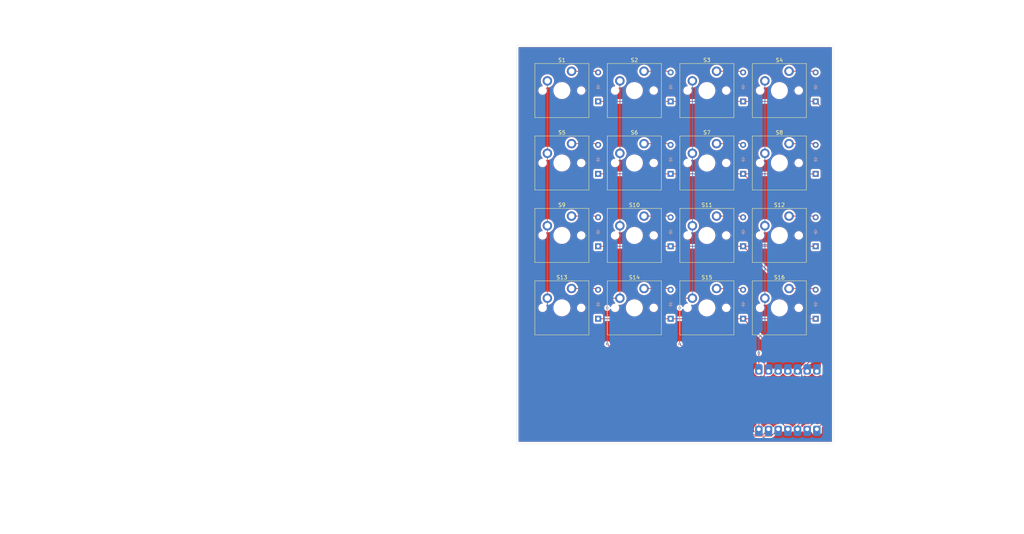
<source format=kicad_pcb>
(kicad_pcb (version 20241229) (generator "pcbnew") (generator_version "9.0")
  (layers (0 "F.Cu" signal) (2 "B.Cu" signal) (13 "F.Paste" user) (15 "B.Paste" user) (5 "F.SilkS" user "F.Silkscreen") (7 "B.SilkS" user "B.Silkscreen") (1 "F.Mask" user) (3 "B.Mask" user) (25 "Edge.Cuts" user))
  (net 0 "")
  (net 1 "Row 0")
  (net 2 "Net-(D1-A)")
  (net 3 "Net-(D2-A)")
  (net 4 "Net-(D3-A)")
  (net 5 "Net-(D4-A)")
  (net 6 "Row 1")
  (net 7 "Net-(D5-A)")
  (net 8 "Net-(D6-A)")
  (net 9 "Net-(D7-A)")
  (net 10 "Net-(D8-A)")
  (net 11 "Net-(D9-A)")
  (net 12 "Row 2")
  (net 13 "Net-(D10-A)")
  (net 14 "Net-(D11-A)")
  (net 15 "Net-(D12-A)")
  (net 16 "Row 3")
  (net 17 "Net-(D13-A)")
  (net 18 "Net-(D14-A)")
  (net 19 "Net-(D15-A)")
  (net 20 "Net-(D16-A)")
  (net 21 "Column 0")
  (net 22 "Column 1")
  (net 23 "Column 2")
  (net 24 "Column 3")
  (footprint "ScottoKeebs_MX:MX_PCB_1.00u" (layer "F.Cu") (at 110.5 81.28)
    (property "Reference" "S9" (at 0 -8 0) (layer "F.SilkS"))
    (property "Value" "Keyswitch")
    (fp_line (start -7.1 -7.1) (end -7.1 7.1) (stroke (width 0.12)) (layer "F.SilkS"))
    (fp_line (start -7.1 7.1) (end 7.1 7.1) (stroke (width 0.12)) (layer "F.SilkS"))
    (fp_line (start 7.1 -7.1) (end -7.1 -7.1) (stroke (width 0.12)) (layer "F.SilkS"))
    (fp_line (start 7.1 7.1) (end 7.1 -7.1) (stroke (width 0.12)) (layer "F.SilkS"))
    (pad "" np_thru_hole circle (at -5.08 0) (size 1.75 1.75) (drill 1.75) (layers "*.Cu" "*.Mask"))
    (pad "" np_thru_hole circle (at 0 0) (size 4 4) (drill 4) (layers "*.Cu" "*.Mask"))
    (pad "" np_thru_hole circle (at 5.08 0) (size 1.75 1.75) (drill 1.75) (layers "*.Cu" "*.Mask"))
    (pad "1" thru_hole circle (at -3.81 -2.54) (size 2.5 2.5) (drill 1.5) (layers "*.Cu" "*.Mask") (net 21 "Column 0"))
    (pad "2" thru_hole circle (at 2.54 -5.08) (size 2.5 2.5) (drill 1.5) (layers "*.Cu" "*.Mask") (net 11 "Net-(D9-A)"))
  )
  (footprint "ScottoKeebs_MX:MX_PCB_1.00u" (layer "F.Cu") (at 167.65 43.18)
    (property "Reference" "S4" (at 0 -8 0) (layer "F.SilkS"))
    (property "Value" "Keyswitch")
    (fp_line (start -7.1 -7.1) (end -7.1 7.1) (stroke (width 0.12)) (layer "F.SilkS"))
    (fp_line (start -7.1 7.1) (end 7.1 7.1) (stroke (width 0.12)) (layer "F.SilkS"))
    (fp_line (start 7.1 -7.1) (end -7.1 -7.1) (stroke (width 0.12)) (layer "F.SilkS"))
    (fp_line (start 7.1 7.1) (end 7.1 -7.1) (stroke (width 0.12)) (layer "F.SilkS"))
    (pad "" np_thru_hole circle (at -5.08 0) (size 1.75 1.75) (drill 1.75) (layers "*.Cu" "*.Mask"))
    (pad "" np_thru_hole circle (at 0 0) (size 4 4) (drill 4) (layers "*.Cu" "*.Mask"))
    (pad "" np_thru_hole circle (at 5.08 0) (size 1.75 1.75) (drill 1.75) (layers "*.Cu" "*.Mask"))
    (pad "1" thru_hole circle (at -3.81 -2.54) (size 2.5 2.5) (drill 1.5) (layers "*.Cu" "*.Mask") (net 24 "Column 3"))
    (pad "2" thru_hole circle (at 2.54 -5.08) (size 2.5 2.5) (drill 1.5) (layers "*.Cu" "*.Mask") (net 5 "Net-(D4-A)"))
  )
  (footprint "ScottoKeebs_MX:MX_PCB_1.00u" (layer "F.Cu") (at 110.5 100.33)
    (property "Reference" "S13" (at 0 -8 0) (layer "F.SilkS"))
    (property "Value" "Keyswitch" (hide yes))
    (fp_line (start -7.1 -7.1) (end -7.1 7.1) (stroke (width 0.12)) (layer "F.SilkS"))
    (fp_line (start -7.1 7.1) (end 7.1 7.1) (stroke (width 0.12)) (layer "F.SilkS"))
    (fp_line (start 7.1 -7.1) (end -7.1 -7.1) (stroke (width 0.12)) (layer "F.SilkS"))
    (fp_line (start 7.1 7.1) (end 7.1 -7.1) (stroke (width 0.12)) (layer "F.SilkS"))
    (pad "" np_thru_hole circle (at -5.08 0) (size 1.75 1.75) (drill 1.75) (layers "*.Cu" "*.Mask"))
    (pad "" np_thru_hole circle (at 0 0) (size 4 4) (drill 4) (layers "*.Cu" "*.Mask"))
    (pad "" np_thru_hole circle (at 5.08 0) (size 1.75 1.75) (drill 1.75) (layers "*.Cu" "*.Mask"))
    (pad "1" thru_hole circle (at -3.81 -2.54) (size 2.5 2.5) (drill 1.5) (layers "*.Cu" "*.Mask") (net 21 "Column 0"))
    (pad "2" thru_hole circle (at 2.54 -5.08) (size 2.5 2.5) (drill 1.5) (layers "*.Cu" "*.Mask") (net 17 "Net-(D13-A)"))
  )
  (footprint "ScottoKeebs_MX:MX_PCB_1.00u" (layer "F.Cu") (at 129.55 43.18)
    (property "Reference" "S2" (at 0 -8 0) (layer "F.SilkS"))
    (property "Value" "Keyswitch")
    (fp_line (start -7.1 -7.1) (end -7.1 7.1) (stroke (width 0.12)) (layer "F.SilkS"))
    (fp_line (start -7.1 7.1) (end 7.1 7.1) (stroke (width 0.12)) (layer "F.SilkS"))
    (fp_line (start 7.1 -7.1) (end -7.1 -7.1) (stroke (width 0.12)) (layer "F.SilkS"))
    (fp_line (start 7.1 7.1) (end 7.1 -7.1) (stroke (width 0.12)) (layer "F.SilkS"))
    (pad "" np_thru_hole circle (at -5.08 0) (size 1.75 1.75) (drill 1.75) (layers "*.Cu" "*.Mask"))
    (pad "" np_thru_hole circle (at 0 0) (size 4 4) (drill 4) (layers "*.Cu" "*.Mask"))
    (pad "" np_thru_hole circle (at 5.08 0) (size 1.75 1.75) (drill 1.75) (layers "*.Cu" "*.Mask"))
    (pad "1" thru_hole circle (at -3.81 -2.54) (size 2.5 2.5) (drill 1.5) (layers "*.Cu" "*.Mask") (net 22 "Column 1"))
    (pad "2" thru_hole circle (at 2.54 -5.08) (size 2.5 2.5) (drill 1.5) (layers "*.Cu" "*.Mask") (net 3 "Net-(D2-A)"))
  )
  (footprint "ScottoKeebs_MX:MX_PCB_1.00u" (layer "F.Cu") (at 148.6 62.23)
    (property "Reference" "S7" (at 0 -8 0) (layer "F.SilkS"))
    (property "Value" "Keyswitch")
    (fp_line (start -7.1 -7.1) (end -7.1 7.1) (stroke (width 0.12)) (layer "F.SilkS"))
    (fp_line (start -7.1 7.1) (end 7.1 7.1) (stroke (width 0.12)) (layer "F.SilkS"))
    (fp_line (start 7.1 -7.1) (end -7.1 -7.1) (stroke (width 0.12)) (layer "F.SilkS"))
    (fp_line (start 7.1 7.1) (end 7.1 -7.1) (stroke (width 0.12)) (layer "F.SilkS"))
    (pad "" np_thru_hole circle (at -5.08 0) (size 1.75 1.75) (drill 1.75) (layers "*.Cu" "*.Mask"))
    (pad "" np_thru_hole circle (at 0 0) (size 4 4) (drill 4) (layers "*.Cu" "*.Mask"))
    (pad "" np_thru_hole circle (at 5.08 0) (size 1.75 1.75) (drill 1.75) (layers "*.Cu" "*.Mask"))
    (pad "1" thru_hole circle (at -3.81 -2.54) (size 2.5 2.5) (drill 1.5) (layers "*.Cu" "*.Mask") (net 23 "Column 2"))
    (pad "2" thru_hole circle (at 2.54 -5.08) (size 2.5 2.5) (drill 1.5) (layers "*.Cu" "*.Mask") (net 9 "Net-(D7-A)"))
  )
  (footprint "ScottoKeebs_MX:MX_PCB_1.00u" (layer "F.Cu") (at 110.5 43.18)
    (property "Reference" "S1" (at 0 -8 0) (layer "F.SilkS"))
    (property "Value" "Keyswitch")
    (fp_line (start -7.1 -7.1) (end -7.1 7.1) (stroke (width 0.12)) (layer "F.SilkS"))
    (fp_line (start -7.1 7.1) (end 7.1 7.1) (stroke (width 0.12)) (layer "F.SilkS"))
    (fp_line (start 7.1 -7.1) (end -7.1 -7.1) (stroke (width 0.12)) (layer "F.SilkS"))
    (fp_line (start 7.1 7.1) (end 7.1 -7.1) (stroke (width 0.12)) (layer "F.SilkS"))
    (pad "" np_thru_hole circle (at -5.08 0) (size 1.75 1.75) (drill 1.75) (layers "*.Cu" "*.Mask"))
    (pad "" np_thru_hole circle (at 0 0) (size 4 4) (drill 4) (layers "*.Cu" "*.Mask"))
    (pad "" np_thru_hole circle (at 5.08 0) (size 1.75 1.75) (drill 1.75) (layers "*.Cu" "*.Mask"))
    (pad "1" thru_hole circle (at -3.81 -2.54) (size 2.5 2.5) (drill 1.5) (layers "*.Cu" "*.Mask") (net 21 "Column 0"))
    (pad "2" thru_hole circle (at 2.54 -5.08) (size 2.5 2.5) (drill 1.5) (layers "*.Cu" "*.Mask") (net 2 "Net-(D1-A)"))
  )
  (footprint "ScottoKeebs_MX:MX_PCB_1.00u" (layer "F.Cu") (at 167.65 62.23)
    (property "Reference" "S8" (at 0 -8 0) (layer "F.SilkS"))
    (property "Value" "Keyswitch")
    (fp_line (start -7.1 -7.1) (end -7.1 7.1) (stroke (width 0.12)) (layer "F.SilkS"))
    (fp_line (start -7.1 7.1) (end 7.1 7.1) (stroke (width 0.12)) (layer "F.SilkS"))
    (fp_line (start 7.1 -7.1) (end -7.1 -7.1) (stroke (width 0.12)) (layer "F.SilkS"))
    (fp_line (start 7.1 7.1) (end 7.1 -7.1) (stroke (width 0.12)) (layer "F.SilkS"))
    (pad "" np_thru_hole circle (at -5.08 0) (size 1.75 1.75) (drill 1.75) (layers "*.Cu" "*.Mask"))
    (pad "" np_thru_hole circle (at 0 0) (size 4 4) (drill 4) (layers "*.Cu" "*.Mask"))
    (pad "" np_thru_hole circle (at 5.08 0) (size 1.75 1.75) (drill 1.75) (layers "*.Cu" "*.Mask"))
    (pad "1" thru_hole circle (at -3.81 -2.54) (size 2.5 2.5) (drill 1.5) (layers "*.Cu" "*.Mask") (net 24 "Column 3"))
    (pad "2" thru_hole circle (at 2.54 -5.08) (size 2.5 2.5) (drill 1.5) (layers "*.Cu" "*.Mask") (net 10 "Net-(D8-A)"))
  )
  (footprint "ScottoKeebs_MX:MX_PCB_1.00u" (layer "F.Cu") (at 129.55 62.23)
    (property "Reference" "S6" (at 0 -8 0) (layer "F.SilkS"))
    (property "Value" "Keyswitch")
    (fp_line (start -7.1 -7.1) (end -7.1 7.1) (stroke (width 0.12)) (layer "F.SilkS"))
    (fp_line (start -7.1 7.1) (end 7.1 7.1) (stroke (width 0.12)) (layer "F.SilkS"))
    (fp_line (start 7.1 -7.1) (end -7.1 -7.1) (stroke (width 0.12)) (layer "F.SilkS"))
    (fp_line (start 7.1 7.1) (end 7.1 -7.1) (stroke (width 0.12)) (layer "F.SilkS"))
    (pad "" np_thru_hole circle (at -5.08 0) (size 1.75 1.75) (drill 1.75) (layers "*.Cu" "*.Mask"))
    (pad "" np_thru_hole circle (at 0 0) (size 4 4) (drill 4) (layers "*.Cu" "*.Mask"))
    (pad "" np_thru_hole circle (at 5.08 0) (size 1.75 1.75) (drill 1.75) (layers "*.Cu" "*.Mask"))
    (pad "1" thru_hole circle (at -3.81 -2.54) (size 2.5 2.5) (drill 1.5) (layers "*.Cu" "*.Mask") (net 22 "Column 1"))
    (pad "2" thru_hole circle (at 2.54 -5.08) (size 2.5 2.5) (drill 1.5) (layers "*.Cu" "*.Mask") (net 8 "Net-(D6-A)"))
  )
  (footprint "ScottoKeebs_MX:MX_PCB_1.00u" (layer "F.Cu") (at 129.55 81.28)
    (property "Reference" "S10" (at 0 -8 0) (layer "F.SilkS"))
    (property "Value" "Keyswitch")
    (fp_line (start -7.1 -7.1) (end -7.1 7.1) (stroke (width 0.12)) (layer "F.SilkS"))
    (fp_line (start -7.1 7.1) (end 7.1 7.1) (stroke (width 0.12)) (layer "F.SilkS"))
    (fp_line (start 7.1 -7.1) (end -7.1 -7.1) (stroke (width 0.12)) (layer "F.SilkS"))
    (fp_line (start 7.1 7.1) (end 7.1 -7.1) (stroke (width 0.12)) (layer "F.SilkS"))
    (pad "" np_thru_hole circle (at -5.08 0) (size 1.75 1.75) (drill 1.75) (layers "*.Cu" "*.Mask"))
    (pad "" np_thru_hole circle (at 0 0) (size 4 4) (drill 4) (layers "*.Cu" "*.Mask"))
    (pad "" np_thru_hole circle (at 5.08 0) (size 1.75 1.75) (drill 1.75) (layers "*.Cu" "*.Mask"))
    (pad "1" thru_hole circle (at -3.81 -2.54) (size 2.5 2.5) (drill 1.5) (layers "*.Cu" "*.Mask") (net 22 "Column 1"))
    (pad "2" thru_hole circle (at 2.54 -5.08) (size 2.5 2.5) (drill 1.5) (layers "*.Cu" "*.Mask") (net 13 "Net-(D10-A)"))
  )
  (footprint "ScottoKeebs_MX:MX_PCB_1.00u" (layer "F.Cu") (at 129.55 100.33)
    (property "Reference" "S14" (at 0 -8 0) (layer "F.SilkS"))
    (property "Value" "Keyswitch")
    (fp_line (start -7.1 -7.1) (end -7.1 7.1) (stroke (width 0.12)) (layer "F.SilkS"))
    (fp_line (start -7.1 7.1) (end 7.1 7.1) (stroke (width 0.12)) (layer "F.SilkS"))
    (fp_line (start 7.1 -7.1) (end -7.1 -7.1) (stroke (width 0.12)) (layer "F.SilkS"))
    (fp_line (start 7.1 7.1) (end 7.1 -7.1) (stroke (width 0.12)) (layer "F.SilkS"))
    (pad "" np_thru_hole circle (at -5.08 0) (size 1.75 1.75) (drill 1.75) (layers "*.Cu" "*.Mask"))
    (pad "" np_thru_hole circle (at 0 0) (size 4 4) (drill 4) (layers "*.Cu" "*.Mask"))
    (pad "" np_thru_hole circle (at 5.08 0) (size 1.75 1.75) (drill 1.75) (layers "*.Cu" "*.Mask"))
    (pad "1" thru_hole circle (at -3.81 -2.54) (size 2.5 2.5) (drill 1.5) (layers "*.Cu" "*.Mask") (net 22 "Column 1"))
    (pad "2" thru_hole circle (at 2.54 -5.08) (size 2.5 2.5) (drill 1.5) (layers "*.Cu" "*.Mask") (net 18 "Net-(D14-A)"))
  )
  (footprint "ScottoKeebs_MX:MX_PCB_1.00u" (layer "F.Cu") (at 167.65 81.28)
    (property "Reference" "S12" (at 0 -8 0) (layer "F.SilkS"))
    (property "Value" "Keyswitch")
    (fp_line (start -7.1 -7.1) (end -7.1 7.1) (stroke (width 0.12)) (layer "F.SilkS"))
    (fp_line (start -7.1 7.1) (end 7.1 7.1) (stroke (width 0.12)) (layer "F.SilkS"))
    (fp_line (start 7.1 -7.1) (end -7.1 -7.1) (stroke (width 0.12)) (layer "F.SilkS"))
    (fp_line (start 7.1 7.1) (end 7.1 -7.1) (stroke (width 0.12)) (layer "F.SilkS"))
    (pad "" np_thru_hole circle (at -5.08 0) (size 1.75 1.75) (drill 1.75) (layers "*.Cu" "*.Mask"))
    (pad "" np_thru_hole circle (at 0 0) (size 4 4) (drill 4) (layers "*.Cu" "*.Mask"))
    (pad "" np_thru_hole circle (at 5.08 0) (size 1.75 1.75) (drill 1.75) (layers "*.Cu" "*.Mask"))
    (pad "1" thru_hole circle (at -3.81 -2.54) (size 2.5 2.5) (drill 1.5) (layers "*.Cu" "*.Mask") (net 24 "Column 3"))
    (pad "2" thru_hole circle (at 2.54 -5.08) (size 2.5 2.5) (drill 1.5) (layers "*.Cu" "*.Mask") (net 15 "Net-(D12-A)"))
  )
  (footprint "ScottoKeebs_MX:MX_PCB_1.00u" (layer "F.Cu") (at 167.65 100.33)
    (property "Reference" "S16" (at 0 -8 0) (layer "F.SilkS"))
    (property "Value" "Keyswitch")
    (fp_line (start -7.1 -7.1) (end -7.1 7.1) (stroke (width 0.12)) (layer "F.SilkS"))
    (fp_line (start -7.1 7.1) (end 7.1 7.1) (stroke (width 0.12)) (layer "F.SilkS"))
    (fp_line (start 7.1 -7.1) (end -7.1 -7.1) (stroke (width 0.12)) (layer "F.SilkS"))
    (fp_line (start 7.1 7.1) (end 7.1 -7.1) (stroke (width 0.12)) (layer "F.SilkS"))
    (pad "" np_thru_hole circle (at -5.08 0) (size 1.75 1.75) (drill 1.75) (layers "*.Cu" "*.Mask"))
    (pad "" np_thru_hole circle (at 0 0) (size 4 4) (drill 4) (layers "*.Cu" "*.Mask"))
    (pad "" np_thru_hole circle (at 5.08 0) (size 1.75 1.75) (drill 1.75) (layers "*.Cu" "*.Mask"))
    (pad "1" thru_hole circle (at -3.81 -2.54) (size 2.5 2.5) (drill 1.5) (layers "*.Cu" "*.Mask") (net 24 "Column 3"))
    (pad "2" thru_hole circle (at 2.54 -5.08) (size 2.5 2.5) (drill 1.5) (layers "*.Cu" "*.Mask") (net 20 "Net-(D16-A)"))
  )
  (footprint "ScottoKeebs_MX:MX_PCB_1.00u" (layer "F.Cu") (at 148.6 81.28)
    (property "Reference" "S11" (at 0 -8 0) (layer "F.SilkS"))
    (property "Value" "Keyswitch")
    (fp_line (start -7.1 -7.1) (end -7.1 7.1) (stroke (width 0.12)) (layer "F.SilkS"))
    (fp_line (start -7.1 7.1) (end 7.1 7.1) (stroke (width 0.12)) (layer "F.SilkS"))
    (fp_line (start 7.1 -7.1) (end -7.1 -7.1) (stroke (width 0.12)) (layer "F.SilkS"))
    (fp_line (start 7.1 7.1) (end 7.1 -7.1) (stroke (width 0.12)) (layer "F.SilkS"))
    (pad "" np_thru_hole circle (at -5.08 0) (size 1.75 1.75) (drill 1.75) (layers "*.Cu" "*.Mask"))
    (pad "" np_thru_hole circle (at 0 0) (size 4 4) (drill 4) (layers "*.Cu" "*.Mask"))
    (pad "" np_thru_hole circle (at 5.08 0) (size 1.75 1.75) (drill 1.75) (layers "*.Cu" "*.Mask"))
    (pad "1" thru_hole circle (at -3.81 -2.54) (size 2.5 2.5) (drill 1.5) (layers "*.Cu" "*.Mask") (net 23 "Column 2"))
    (pad "2" thru_hole circle (at 2.54 -5.08) (size 2.5 2.5) (drill 1.5) (layers "*.Cu" "*.Mask") (net 14 "Net-(D11-A)"))
  )
  (footprint "ScottoKeebs_MX:MX_PCB_1.00u" (layer "F.Cu") (at 110.5 62.23)
    (property "Reference" "S5" (at 0 -8 0) (layer "F.SilkS"))
    (property "Value" "Keyswitch")
    (fp_line (start -7.1 -7.1) (end -7.1 7.1) (stroke (width 0.12)) (layer "F.SilkS"))
    (fp_line (start -7.1 7.1) (end 7.1 7.1) (stroke (width 0.12)) (layer "F.SilkS"))
    (fp_line (start 7.1 -7.1) (end -7.1 -7.1) (stroke (width 0.12)) (layer "F.SilkS"))
    (fp_line (start 7.1 7.1) (end 7.1 -7.1) (stroke (width 0.12)) (layer "F.SilkS"))
    (pad "" np_thru_hole circle (at -5.08 0) (size 1.75 1.75) (drill 1.75) (layers "*.Cu" "*.Mask"))
    (pad "" np_thru_hole circle (at 0 0) (size 4 4) (drill 4) (layers "*.Cu" "*.Mask"))
    (pad "" np_thru_hole circle (at 5.08 0) (size 1.75 1.75) (drill 1.75) (layers "*.Cu" "*.Mask"))
    (pad "1" thru_hole circle (at -3.81 -2.54) (size 2.5 2.5) (drill 1.5) (layers "*.Cu" "*.Mask") (net 21 "Column 0"))
    (pad "2" thru_hole circle (at 2.54 -5.08) (size 2.5 2.5) (drill 1.5) (layers "*.Cu" "*.Mask") (net 7 "Net-(D5-A)"))
  )
  (footprint "ScottoKeebs_MX:MX_PCB_1.00u" (layer "F.Cu") (at 148.6 100.33)
    (property "Reference" "S15" (at 0 -8 0) (layer "F.SilkS"))
    (property "Value" "Keyswitch")
    (fp_line (start -7.1 -7.1) (end -7.1 7.1) (stroke (width 0.12)) (layer "F.SilkS"))
    (fp_line (start -7.1 7.1) (end 7.1 7.1) (stroke (width 0.12)) (layer "F.SilkS"))
    (fp_line (start 7.1 -7.1) (end -7.1 -7.1) (stroke (width 0.12)) (layer "F.SilkS"))
    (fp_line (start 7.1 7.1) (end 7.1 -7.1) (stroke (width 0.12)) (layer "F.SilkS"))
    (pad "" np_thru_hole circle (at -5.08 0) (size 1.75 1.75) (drill 1.75) (layers "*.Cu" "*.Mask"))
    (pad "" np_thru_hole circle (at 0 0) (size 4 4) (drill 4) (layers "*.Cu" "*.Mask"))
    (pad "" np_thru_hole circle (at 5.08 0) (size 1.75 1.75) (drill 1.75) (layers "*.Cu" "*.Mask"))
    (pad "1" thru_hole circle (at -3.81 -2.54) (size 2.5 2.5) (drill 1.5) (layers "*.Cu" "*.Mask") (net 23 "Column 2"))
    (pad "2" thru_hole circle (at 2.54 -5.08) (size 2.5 2.5) (drill 1.5) (layers "*.Cu" "*.Mask") (net 19 "Net-(D15-A)"))
  )
  (footprint "ScottoKeebs_MX:MX_PCB_1.00u" (layer "F.Cu") (at 148.6 43.18)
    (property "Reference" "S3" (at 0 -8 0) (layer "F.SilkS"))
    (property "Value" "Keyswitch")
    (fp_line (start -7.1 -7.1) (end -7.1 7.1) (stroke (width 0.12)) (layer "F.SilkS"))
    (fp_line (start -7.1 7.1) (end 7.1 7.1) (stroke (width 0.12)) (layer "F.SilkS"))
    (fp_line (start 7.1 -7.1) (end -7.1 -7.1) (stroke (width 0.12)) (layer "F.SilkS"))
    (fp_line (start 7.1 7.1) (end 7.1 -7.1) (stroke (width 0.12)) (layer "F.SilkS"))
    (pad "" np_thru_hole circle (at -5.08 0) (size 1.75 1.75) (drill 1.75) (layers "*.Cu" "*.Mask"))
    (pad "" np_thru_hole circle (at 0 0) (size 4 4) (drill 4) (layers "*.Cu" "*.Mask"))
    (pad "" np_thru_hole circle (at 5.08 0) (size 1.75 1.75) (drill 1.75) (layers "*.Cu" "*.Mask"))
    (pad "1" thru_hole circle (at -3.81 -2.54) (size 2.5 2.5) (drill 1.5) (layers "*.Cu" "*.Mask") (net 23 "Column 2"))
    (pad "2" thru_hole circle (at 2.54 -5.08) (size 2.5 2.5) (drill 1.5) (layers "*.Cu" "*.Mask") (net 4 "Net-(D3-A)"))
  )
  (footprint "ScottoKeebs_Components:Diode_DO-35" (layer "B.Cu") (at 139.075 65.0875 90)
    (property "Reference" "D6" (hide yes))
    (property "Value" "Diode" (hide yes))
    (fp_line (start 4.06 -0.4) (end 3.46 0) (stroke (width 0.1)) (layer "B.SilkS"))
    (fp_line (start 4.06 0) (end 4.56 0) (stroke (width 0.1)) (layer "B.SilkS"))
    (fp_line (start 3.46 0) (end 4.06 0.4) (stroke (width 0.1)) (layer "B.SilkS"))
    (fp_line (start 3.06 0) (end 3.46 0) (stroke (width 0.1)) (layer "B.SilkS"))
    (fp_line (start 4.06 0.4) (end 4.06 -0.4) (stroke (width 0.1)) (layer "B.SilkS"))
    (fp_line (start 3.46 0.55) (end 3.46 -0.55) (stroke (width 0.1)) (layer "B.SilkS"))
    (pad "1" thru_hole rect (at 0 0 90) (size 1.6 1.6) (drill 0.8) (layers "*.Cu" "*.Mask") (net 6 "Row 1"))
    (pad "2" thru_hole oval (at 7.62 0 90) (size 1.6 1.6) (drill 0.8) (layers "*.Cu" "*.Mask") (net 8 "Net-(D6-A)"))
  )
  (footprint "ScottoKeebs_Components:Diode_DO-35" (layer "B.Cu") (at 120.025 84.1375 90)
    (property "Reference" "D9" (hide yes))
    (property "Value" "Diode" (hide yes))
    (fp_line (start 4.06 -0.4) (end 3.46 0) (stroke (width 0.1)) (layer "B.SilkS"))
    (fp_line (start 4.06 0) (end 4.56 0) (stroke (width 0.1)) (layer "B.SilkS"))
    (fp_line (start 3.46 0) (end 4.06 0.4) (stroke (width 0.1)) (layer "B.SilkS"))
    (fp_line (start 3.06 0) (end 3.46 0) (stroke (width 0.1)) (layer "B.SilkS"))
    (fp_line (start 4.06 0.4) (end 4.06 -0.4) (stroke (width 0.1)) (layer "B.SilkS"))
    (fp_line (start 3.46 0.55) (end 3.46 -0.55) (stroke (width 0.1)) (layer "B.SilkS"))
    (pad "1" thru_hole rect (at 0 0 90) (size 1.6 1.6) (drill 0.8) (layers "*.Cu" "*.Mask") (net 12 "Row 2"))
    (pad "2" thru_hole oval (at 7.62 0 90) (size 1.6 1.6) (drill 0.8) (layers "*.Cu" "*.Mask") (net 11 "Net-(D9-A)"))
  )
  (footprint "ScottoKeebs_Components:Diode_DO-35" (layer "B.Cu") (at 158.125 84.1375 90)
    (property "Reference" "D11" (hide yes))
    (property "Value" "Diode" (hide yes))
    (fp_line (start 4.06 -0.4) (end 3.46 0) (stroke (width 0.1)) (layer "B.SilkS"))
    (fp_line (start 4.06 0) (end 4.56 0) (stroke (width 0.1)) (layer "B.SilkS"))
    (fp_line (start 3.46 0) (end 4.06 0.4) (stroke (width 0.1)) (layer "B.SilkS"))
    (fp_line (start 3.06 0) (end 3.46 0) (stroke (width 0.1)) (layer "B.SilkS"))
    (fp_line (start 4.06 0.4) (end 4.06 -0.4) (stroke (width 0.1)) (layer "B.SilkS"))
    (fp_line (start 3.46 0.55) (end 3.46 -0.55) (stroke (width 0.1)) (layer "B.SilkS"))
    (pad "1" thru_hole rect (at 0 0 90) (size 1.6 1.6) (drill 0.8) (layers "*.Cu" "*.Mask") (net 12 "Row 2"))
    (pad "2" thru_hole oval (at 7.62 0 90) (size 1.6 1.6) (drill 0.8) (layers "*.Cu" "*.Mask") (net 14 "Net-(D11-A)"))
  )
  (footprint "ScottoKeebs_MCU:Seeed_XIAO_RP2040" (layer "B.Cu") (at 169.8725 124.61875 90)
    (property "Reference" "U1" (hide yes))
    (property "Value" "MCU_Seeed_XIAO_RP2040")
    (pad "1" smd roundrect (at -8.065 7.62 90) (size 2.75 2) (layers "B.Cu" "B.Mask" "B.Paste") (net 1 "Row 0"))
    (pad "1" thru_hole rect (at -7.62 7.62) (size 1.6 1.6) (drill 1) (layers "*.Cu" "*.Mask") (net 1 "Row 0"))
    (pad "2" smd roundrect (at -8.065 5.08 90) (size 2.75 2) (layers "B.Cu" "B.Mask" "B.Paste") (net 6 "Row 1"))
    (pad "2" thru_hole circle (at -7.62 5.08) (size 1.6 1.6) (drill 1) (layers "*.Cu" "*.Mask") (net 6 "Row 1"))
    (pad "3" smd roundrect (at -8.065 2.54 90) (size 2.75 2) (layers "B.Cu" "B.Mask" "B.Paste") (net 12 "Row 2"))
    (pad "3" thru_hole circle (at -7.62 2.54) (size 1.6 1.6) (drill 1) (layers "*.Cu" "*.Mask") (net 12 "Row 2"))
    (pad "4" smd roundrect (at -8.065 0 90) (size 2.75 2) (layers "B.Cu" "B.Mask" "B.Paste") (net 16 "Row 3"))
    (pad "4" thru_hole circle (at -7.62 0) (size 1.6 1.6) (drill 1) (layers "*.Cu" "*.Mask") (net 16 "Row 3"))
    (pad "5" smd roundrect (at -8.065 -2.54 90) (size 2.75 2) (layers "B.Cu" "B.Mask" "B.Paste") (net 21 "Column 0"))
    (pad "5" thru_hole circle (at -7.62 -2.54) (size 1.6 1.6) (drill 1) (layers "*.Cu" "*.Mask") (net 21 "Column 0"))
    (pad "6" smd roundrect (at -8.065 -5.08 90) (size 2.75 2) (layers "B.Cu" "B.Mask" "B.Paste") (net 22 "Column 1"))
    (pad "6" thru_hole circle (at -7.62 -5.08) (size 1.6 1.6) (drill 1) (layers "*.Cu" "*.Mask") (net 22 "Column 1"))
    (pad "7" smd roundrect (at -8.065 -7.62 90) (size 2.75 2) (layers "B.Cu" "B.Mask" "B.Paste") (net 23 "Column 2"))
    (pad "7" thru_hole circle (at -7.62 -7.62) (size 1.6 1.6) (drill 1) (layers "*.Cu" "*.Mask") (net 23 "Column 2"))
    (pad "8" thru_hole circle (at 7.62 -7.62) (size 1.6 1.6) (drill 1) (layers "*.Cu" "*.Mask") (net 24 "Column 3"))
    (pad "8" smd roundrect (at 8.1 -7.62 90) (size 2.75 2) (layers "B.Cu" "B.Mask" "B.Paste") (net 24 "Column 3"))
    (pad "9" thru_hole circle (at 7.62 -5.08) (size 1.6 1.6) (drill 1) (layers "*.Cu" "*.Mask"))
    (pad "9" smd roundrect (at 8.1 -5.08 90) (size 2.75 2) (layers "B.Cu" "B.Mask" "B.Paste"))
    (pad "10" thru_hole circle (at 7.62 -2.54) (size 1.6 1.6) (drill 1) (layers "*.Cu" "*.Mask"))
    (pad "10" smd roundrect (at 8.1 -2.54 90) (size 2.75 2) (layers "B.Cu" "B.Mask" "B.Paste"))
    (pad "11" thru_hole circle (at 7.62 0) (size 1.6 1.6) (drill 1) (layers "*.Cu" "*.Mask"))
    (pad "11" smd roundrect (at 8.1 0 90) (size 2.75 2) (layers "B.Cu" "B.Mask" "B.Paste"))
    (pad "12" thru_hole circle (at 7.62 2.54) (size 1.6 1.6) (drill 1) (layers "*.Cu" "*.Mask"))
    (pad "12" smd roundrect (at 8.1 2.54 90) (size 2.75 2) (layers "B.Cu" "B.Mask" "B.Paste"))
    (pad "13" thru_hole circle (at 7.62 5.08) (size 1.6 1.6) (drill 1) (layers "*.Cu" "*.Mask"))
    (pad "13" smd roundrect (at 8.1 5.08 90) (size 2.75 2) (layers "B.Cu" "B.Mask" "B.Paste"))
    (pad "14" thru_hole circle (at 7.62 7.62) (size 1.6 1.6) (drill 1) (layers "*.Cu" "*.Mask"))
    (pad "14" smd roundrect (at 8.1 7.62 90) (size 2.75 2) (layers "B.Cu" "B.Mask" "B.Paste"))
  )
  (footprint "ScottoKeebs_Components:Diode_DO-35" (layer "B.Cu") (at 120.025 46.0375 90)
    (property "Reference" "D1" (hide yes))
    (property "Value" "Diode" (hide yes))
    (fp_line (start 4.06 -0.4) (end 3.46 0) (stroke (width 0.1)) (layer "B.SilkS"))
    (fp_line (start 4.06 0) (end 4.56 0) (stroke (width 0.1)) (layer "B.SilkS"))
    (fp_line (start 3.46 0) (end 4.06 0.4) (stroke (width 0.1)) (layer "B.SilkS"))
    (fp_line (start 3.06 0) (end 3.46 0) (stroke (width 0.1)) (layer "B.SilkS"))
    (fp_line (start 4.06 0.4) (end 4.06 -0.4) (stroke (width 0.1)) (layer "B.SilkS"))
    (fp_line (start 3.46 0.55) (end 3.46 -0.55) (stroke (width 0.1)) (layer "B.SilkS"))
    (pad "1" thru_hole rect (at 0 0 90) (size 1.6 1.6) (drill 0.8) (layers "*.Cu" "*.Mask") (net 1 "Row 0"))
    (pad "2" thru_hole oval (at 7.62 0 90) (size 1.6 1.6) (drill 0.8) (layers "*.Cu" "*.Mask") (net 2 "Net-(D1-A)"))
  )
  (footprint "ScottoKeebs_Components:Diode_DO-35" (layer "B.Cu") (at 139.075 103.1875 90)
    (property "Reference" "D14" (hide yes))
    (property "Value" "Diode" (hide yes))
    (fp_line (start 4.06 -0.4) (end 3.46 0) (stroke (width 0.1)) (layer "B.SilkS"))
    (fp_line (start 4.06 0) (end 4.56 0) (stroke (width 0.1)) (layer "B.SilkS"))
    (fp_line (start 3.46 0) (end 4.06 0.4) (stroke (width 0.1)) (layer "B.SilkS"))
    (fp_line (start 3.06 0) (end 3.46 0) (stroke (width 0.1)) (layer "B.SilkS"))
    (fp_line (start 4.06 0.4) (end 4.06 -0.4) (stroke (width 0.1)) (layer "B.SilkS"))
    (fp_line (start 3.46 0.55) (end 3.46 -0.55) (stroke (width 0.1)) (layer "B.SilkS"))
    (pad "1" thru_hole rect (at 0 0 90) (size 1.6 1.6) (drill 0.8) (layers "*.Cu" "*.Mask") (net 16 "Row 3"))
    (pad "2" thru_hole oval (at 7.62 0 90) (size 1.6 1.6) (drill 0.8) (layers "*.Cu" "*.Mask") (net 18 "Net-(D14-A)"))
  )
  (footprint "ScottoKeebs_Components:Diode_DO-35" (layer "B.Cu") (at 139.075 46.0375 90)
    (property "Reference" "D2" (hide yes))
    (property "Value" "Diode" (hide yes))
    (fp_line (start 4.06 -0.4) (end 3.46 0) (stroke (width 0.1)) (layer "B.SilkS"))
    (fp_line (start 4.06 0) (end 4.56 0) (stroke (width 0.1)) (layer "B.SilkS"))
    (fp_line (start 3.46 0) (end 4.06 0.4) (stroke (width 0.1)) (layer "B.SilkS"))
    (fp_line (start 3.06 0) (end 3.46 0) (stroke (width 0.1)) (layer "B.SilkS"))
    (fp_line (start 4.06 0.4) (end 4.06 -0.4) (stroke (width 0.1)) (layer "B.SilkS"))
    (fp_line (start 3.46 0.55) (end 3.46 -0.55) (stroke (width 0.1)) (layer "B.SilkS"))
    (pad "1" thru_hole rect (at 0 0 90) (size 1.6 1.6) (drill 0.8) (layers "*.Cu" "*.Mask") (net 1 "Row 0"))
    (pad "2" thru_hole oval (at 7.62 0 90) (size 1.6 1.6) (drill 0.8) (layers "*.Cu" "*.Mask") (net 3 "Net-(D2-A)"))
  )
  (footprint "ScottoKeebs_Components:Diode_DO-35" (layer "B.Cu") (at 139.075 84.1375 90)
    (property "Reference" "D10" (hide yes))
    (property "Value" "Diode" (hide yes))
    (fp_line (start 4.06 -0.4) (end 3.46 0) (stroke (width 0.1)) (layer "B.SilkS"))
    (fp_line (start 4.06 0) (end 4.56 0) (stroke (width 0.1)) (layer "B.SilkS"))
    (fp_line (start 3.46 0) (end 4.06 0.4) (stroke (width 0.1)) (layer "B.SilkS"))
    (fp_line (start 3.06 0) (end 3.46 0) (stroke (width 0.1)) (layer "B.SilkS"))
    (fp_line (start 4.06 0.4) (end 4.06 -0.4) (stroke (width 0.1)) (layer "B.SilkS"))
    (fp_line (start 3.46 0.55) (end 3.46 -0.55) (stroke (width 0.1)) (layer "B.SilkS"))
    (pad "1" thru_hole rect (at 0 0 90) (size 1.6 1.6) (drill 0.8) (layers "*.Cu" "*.Mask") (net 12 "Row 2"))
    (pad "2" thru_hole oval (at 7.62 0 90) (size 1.6 1.6) (drill 0.8) (layers "*.Cu" "*.Mask") (net 13 "Net-(D10-A)"))
  )
  (footprint "ScottoKeebs_Components:Diode_DO-35" (layer "B.Cu") (at 158.125 103.1875 90)
    (property "Reference" "D15" (hide yes))
    (property "Value" "Diode" (hide yes))
    (fp_line (start 4.06 -0.4) (end 3.46 0) (stroke (width 0.1)) (layer "B.SilkS"))
    (fp_line (start 4.06 0) (end 4.56 0) (stroke (width 0.1)) (layer "B.SilkS"))
    (fp_line (start 3.46 0) (end 4.06 0.4) (stroke (width 0.1)) (layer "B.SilkS"))
    (fp_line (start 3.06 0) (end 3.46 0) (stroke (width 0.1)) (layer "B.SilkS"))
    (fp_line (start 4.06 0.4) (end 4.06 -0.4) (stroke (width 0.1)) (layer "B.SilkS"))
    (fp_line (start 3.46 0.55) (end 3.46 -0.55) (stroke (width 0.1)) (layer "B.SilkS"))
    (pad "1" thru_hole rect (at 0 0 90) (size 1.6 1.6) (drill 0.8) (layers "*.Cu" "*.Mask") (net 16 "Row 3"))
    (pad "2" thru_hole oval (at 7.62 0 90) (size 1.6 1.6) (drill 0.8) (layers "*.Cu" "*.Mask") (net 19 "Net-(D15-A)"))
  )
  (footprint "ScottoKeebs_Components:Diode_DO-35" (layer "B.Cu") (at 158.125 65.0875 90)
    (property "Reference" "D7" (hide yes))
    (property "Value" "Diode" (hide yes))
    (fp_line (start 4.06 -0.4) (end 3.46 0) (stroke (width 0.1)) (layer "B.SilkS"))
    (fp_line (start 4.06 0) (end 4.56 0) (stroke (width 0.1)) (layer "B.SilkS"))
    (fp_line (start 3.46 0) (end 4.06 0.4) (stroke (width 0.1)) (layer "B.SilkS"))
    (fp_line (start 3.06 0) (end 3.46 0) (stroke (width 0.1)) (layer "B.SilkS"))
    (fp_line (start 4.06 0.4) (end 4.06 -0.4) (stroke (width 0.1)) (layer "B.SilkS"))
    (fp_line (start 3.46 0.55) (end 3.46 -0.55) (stroke (width 0.1)) (layer "B.SilkS"))
    (pad "1" thru_hole rect (at 0 0 90) (size 1.6 1.6) (drill 0.8) (layers "*.Cu" "*.Mask") (net 6 "Row 1"))
    (pad "2" thru_hole oval (at 7.62 0 90) (size 1.6 1.6) (drill 0.8) (layers "*.Cu" "*.Mask") (net 9 "Net-(D7-A)"))
  )
  (footprint "ScottoKeebs_Components:Diode_DO-35" (layer "B.Cu") (at 177.175 65.0875 90)
    (property "Reference" "D8" (hide yes))
    (property "Value" "Diode" (hide yes))
    (fp_line (start 4.06 -0.4) (end 3.46 0) (stroke (width 0.1)) (layer "B.SilkS"))
    (fp_line (start 4.06 0) (end 4.56 0) (stroke (width 0.1)) (layer "B.SilkS"))
    (fp_line (start 3.46 0) (end 4.06 0.4) (stroke (width 0.1)) (layer "B.SilkS"))
    (fp_line (start 3.06 0) (end 3.46 0) (stroke (width 0.1)) (layer "B.SilkS"))
    (fp_line (start 4.06 0.4) (end 4.06 -0.4) (stroke (width 0.1)) (layer "B.SilkS"))
    (fp_line (start 3.46 0.55) (end 3.46 -0.55) (stroke (width 0.1)) (layer "B.SilkS"))
    (pad "1" thru_hole rect (at 0 0 90) (size 1.6 1.6) (drill 0.8) (layers "*.Cu" "*.Mask") (net 6 "Row 1"))
    (pad "2" thru_hole oval (at 7.62 0 90) (size 1.6 1.6) (drill 0.8) (layers "*.Cu" "*.Mask") (net 10 "Net-(D8-A)"))
  )
  (footprint "ScottoKeebs_Components:Diode_DO-35" (layer "B.Cu") (at 177.175 84.1375 90)
    (property "Reference" "D12" (hide yes))
    (property "Value" "Diode" (hide yes))
    (fp_line (start 4.06 -0.4) (end 3.46 0) (stroke (width 0.1)) (layer "B.SilkS"))
    (fp_line (start 4.06 0) (end 4.56 0) (stroke (width 0.1)) (layer "B.SilkS"))
    (fp_line (start 3.46 0) (end 4.06 0.4) (stroke (width 0.1)) (layer "B.SilkS"))
    (fp_line (start 3.06 0) (end 3.46 0) (stroke (width 0.1)) (layer "B.SilkS"))
    (fp_line (start 4.06 0.4) (end 4.06 -0.4) (stroke (width 0.1)) (layer "B.SilkS"))
    (fp_line (start 3.46 0.55) (end 3.46 -0.55) (stroke (width 0.1)) (layer "B.SilkS"))
    (pad "1" thru_hole rect (at 0 0 90) (size 1.6 1.6) (drill 0.8) (layers "*.Cu" "*.Mask") (net 12 "Row 2"))
    (pad "2" thru_hole oval (at 7.62 0 90) (size 1.6 1.6) (drill 0.8) (layers "*.Cu" "*.Mask") (net 15 "Net-(D12-A)"))
  )
  (footprint "ScottoKeebs_Components:Diode_DO-35" (layer "B.Cu") (at 177.175 46.0375 90)
    (property "Reference" "D4" (hide yes))
    (property "Value" "Diode" (hide yes))
    (fp_line (start 4.06 -0.4) (end 3.46 0) (stroke (width 0.1)) (layer "B.SilkS"))
    (fp_line (start 4.06 0) (end 4.56 0) (stroke (width 0.1)) (layer "B.SilkS"))
    (fp_line (start 3.46 0) (end 4.06 0.4) (stroke (width 0.1)) (layer "B.SilkS"))
    (fp_line (start 3.06 0) (end 3.46 0) (stroke (width 0.1)) (layer "B.SilkS"))
    (fp_line (start 4.06 0.4) (end 4.06 -0.4) (stroke (width 0.1)) (layer "B.SilkS"))
    (fp_line (start 3.46 0.55) (end 3.46 -0.55) (stroke (width 0.1)) (layer "B.SilkS"))
    (pad "1" thru_hole rect (at 0 0 90) (size 1.6 1.6) (drill 0.8) (layers "*.Cu" "*.Mask") (net 1 "Row 0"))
    (pad "2" thru_hole oval (at 7.62 0 90) (size 1.6 1.6) (drill 0.8) (layers "*.Cu" "*.Mask") (net 5 "Net-(D4-A)"))
  )
  (footprint "ScottoKeebs_Components:Diode_DO-35" (layer "B.Cu") (at 120.025 103.1875 90)
    (property "Reference" "D13" (hide yes))
    (property "Value" "Diode" (hide yes))
    (fp_line (start 4.06 -0.4) (end 3.46 0) (stroke (width 0.1)) (layer "B.SilkS"))
    (fp_line (start 4.06 0) (end 4.56 0) (stroke (width 0.1)) (layer "B.SilkS"))
    (fp_line (start 3.46 0) (end 4.06 0.4) (stroke (width 0.1)) (layer "B.SilkS"))
    (fp_line (start 3.06 0) (end 3.46 0) (stroke (width 0.1)) (layer "B.SilkS"))
    (fp_line (start 4.06 0.4) (end 4.06 -0.4) (stroke (width 0.1)) (layer "B.SilkS"))
    (fp_line (start 3.46 0.55) (end 3.46 -0.55) (stroke (width 0.1)) (layer "B.SilkS"))
    (pad "1" thru_hole rect (at 0 0 90) (size 1.6 1.6) (drill 0.8) (layers "*.Cu" "*.Mask") (net 16 "Row 3"))
    (pad "2" thru_hole oval (at 7.62 0 90) (size 1.6 1.6) (drill 0.8) (layers "*.Cu" "*.Mask") (net 17 "Net-(D13-A)"))
  )
  (footprint "ScottoKeebs_Components:Diode_DO-35" (layer "B.Cu") (at 177.175 103.1875 90)
    (property "Reference" "D16" (hide yes))
    (property "Value" "Diode" (hide yes))
    (fp_line (start 4.06 -0.4) (end 3.46 0) (stroke (width 0.1)) (layer "B.SilkS"))
    (fp_line (start 4.06 0) (end 4.56 0) (stroke (width 0.1)) (layer "B.SilkS"))
    (fp_line (start 3.46 0) (end 4.06 0.4) (stroke (width 0.1)) (layer "B.SilkS"))
    (fp_line (start 3.06 0) (end 3.46 0) (stroke (width 0.1)) (layer "B.SilkS"))
    (fp_line (start 4.06 0.4) (end 4.06 -0.4) (stroke (width 0.1)) (layer "B.SilkS"))
    (fp_line (start 3.46 0.55) (end 3.46 -0.55) (stroke (width 0.1)) (layer "B.SilkS"))
    (pad "1" thru_hole rect (at 0 0 90) (size 1.6 1.6) (drill 0.8) (layers "*.Cu" "*.Mask") (net 16 "Row 3"))
    (pad "2" thru_hole oval (at 7.62 0 90) (size 1.6 1.6) (drill 0.8) (layers "*.Cu" "*.Mask") (net 20 "Net-(D16-A)"))
  )
  (footprint "ScottoKeebs_Components:Diode_DO-35" (layer "B.Cu") (at 158.125 46.0375 90)
    (property "Reference" "D3" (hide yes))
    (property "Value" "Diode" (hide yes))
    (fp_line (start 4.06 -0.4) (end 3.46 0) (stroke (width 0.1)) (layer "B.SilkS"))
    (fp_line (start 4.06 0) (end 4.56 0) (stroke (width 0.1)) (layer "B.SilkS"))
    (fp_line (start 3.46 0) (end 4.06 0.4) (stroke (width 0.1)) (layer "B.SilkS"))
    (fp_line (start 3.06 0) (end 3.46 0) (stroke (width 0.1)) (layer "B.SilkS"))
    (fp_line (start 4.06 0.4) (end 4.06 -0.4) (stroke (width 0.1)) (layer "B.SilkS"))
    (fp_line (start 3.46 0.55) (end 3.46 -0.55) (stroke (width 0.1)) (layer "B.SilkS"))
    (pad "1" thru_hole rect (at 0 0 90) (size 1.6 1.6) (drill 0.8) (layers "*.Cu" "*.Mask") (net 1 "Row 0"))
    (pad "2" thru_hole oval (at 7.62 0 90) (size 1.6 1.6) (drill 0.8) (layers "*.Cu" "*.Mask") (net 4 "Net-(D3-A)"))
  )
  (footprint "ScottoKeebs_Components:Diode_DO-35" (layer "B.Cu") (at 120.025 65.0875 90)
    (property "Reference" "D5" (hide yes))
    (property "Value" "Diode" (hide yes))
    (fp_line (start 4.06 -0.4) (end 3.46 0) (stroke (width 0.1)) (layer "B.SilkS"))
    (fp_line (start 4.06 0) (end 4.56 0) (stroke (width 0.1)) (layer "B.SilkS"))
    (fp_line (start 3.46 0) (end 4.06 0.4) (stroke (width 0.1)) (layer "B.SilkS"))
    (fp_line (start 3.06 0) (end 3.46 0) (stroke (width 0.1)) (layer "B.SilkS"))
    (fp_line (start 4.06 0.4) (end 4.06 -0.4) (stroke (width 0.1)) (layer "B.SilkS"))
    (fp_line (start 3.46 0.55) (end 3.46 -0.55) (stroke (width 0.1)) (layer "B.SilkS"))
    (pad "1" thru_hole rect (at 0 0 90) (size 1.6 1.6) (drill 0.8) (layers "*.Cu" "*.Mask") (net 6 "Row 1"))
    (pad "2" thru_hole oval (at 7.62 0 90) (size 1.6 1.6) (drill 0.8) (layers "*.Cu" "*.Mask") (net 7 "Net-(D5-A)"))
  )
  (gr_rect (start 98.59375 31.27375) (end 181.9375 136.04875) (stroke (width 0.05)) (fill no) (layer "Edge.Cuts"))
  (segment (start 179.55625 130.175) (end 177.4925 132.23875) (width 0.2) (layer "F.Cu") (net 1))
  (segment (start 120.025 46.0375) (end 177.175 46.0375) (width 0.2) (layer "F.Cu") (net 1))
  (segment (start 177.175 46.0375) (end 179.55625 48.41875) (width 0.2) (layer "F.Cu") (net 1))
  (segment (start 179.55625 48.41875) (end 179.55625 130.175) (width 0.2) (layer "F.Cu") (net 1))
  (segment (start 113.04 38.1) (end 119.7075 38.1) (width 0.2) (layer "F.Cu") (net 2))
  (segment (start 119.7075 38.1) (end 120.025 38.4175) (width 0.2) (layer "F.Cu") (net 2))
  (segment (start 132.09 38.1) (end 138.7575 38.1) (width 0.2) (layer "F.Cu") (net 3))
  (segment (start 138.7575 38.1) (end 139.075 38.4175) (width 0.2) (layer "F.Cu") (net 3))
  (segment (start 157.8075 38.1) (end 158.125 38.4175) (width 0.2) (layer "F.Cu") (net 4))
  (segment (start 151.14 38.1) (end 157.8075 38.1) (width 0.2) (layer "F.Cu") (net 4))
  (segment (start 170.19 38.1) (end 176.8575 38.1) (width 0.2) (layer "F.Cu") (net 5))
  (segment (start 176.8575 38.1) (end 177.175 38.4175) (width 0.2) (layer "F.Cu") (net 5))
  (segment (start 160.50625 67.46875) (end 160.50625 83.7365) (width 0.2) (layer "F.Cu") (net 6))
  (segment (start 179.15525 128.036) (end 174.9525 132.23875) (width 0.2) (layer "F.Cu") (net 6))
  (segment (start 177.011125 79.390375) (end 179.15525 81.5345) (width 0.2) (layer "F.Cu") (net 6))
  (segment (start 160.50625 83.7365) (end 172.665 83.7365) (width 0.2) (layer "F.Cu") (net 6))
  (segment (start 179.15525 81.5345) (end 179.15525 128.036) (width 0.2) (layer "F.Cu") (net 6))
  (segment (start 172.665 83.7365) (end 177.011125 79.390375) (width 0.2) (layer "F.Cu") (net 6))
  (segment (start 158.125 65.0875) (end 160.50625 67.46875) (width 0.2) (layer "F.Cu") (net 6))
  (segment (start 120.025 65.0875) (end 177.175 65.0875) (width 0.2) (layer "F.Cu") (net 6))
  (segment (start 113.04 57.15) (end 119.7075 57.15) (width 0.2) (layer "F.Cu") (net 7))
  (segment (start 119.7075 57.15) (end 120.025 57.4675) (width 0.2) (layer "F.Cu") (net 7))
  (segment (start 138.7575 57.15) (end 139.075 57.4675) (width 0.2) (layer "F.Cu") (net 8))
  (segment (start 132.09 57.15) (end 138.7575 57.15) (width 0.2) (layer "F.Cu") (net 8))
  (segment (start 151.14 57.15) (end 157.8075 57.15) (width 0.2) (layer "F.Cu") (net 9))
  (segment (start 157.8075 57.15) (end 158.125 57.4675) (width 0.2) (layer "F.Cu") (net 9))
  (segment (start 170.19 57.15) (end 176.8575 57.15) (width 0.2) (layer "F.Cu") (net 10))
  (segment (start 176.8575 57.15) (end 177.175 57.4675) (width 0.2) (layer "F.Cu") (net 10))
  (segment (start 119.7075 76.2) (end 120.025 76.5175) (width 0.2) (layer "F.Cu") (net 11))
  (segment (start 113.04 76.2) (end 119.7075 76.2) (width 0.2) (layer "F.Cu") (net 11))
  (segment (start 120.025 84.1375) (end 177.175 84.1375) (width 0.2) (layer "F.Cu") (net 12))
  (segment (start 178.75425 111.30195) (end 173.5135 116.5427) (width 0.2) (layer "F.Cu") (net 12))
  (segment (start 177.7735 91.4035) (end 178.75425 92.38425) (width 0.2) (layer "F.Cu") (net 12))
  (segment (start 178.75425 92.38425) (end 178.75425 111.30195) (width 0.2) (layer "F.Cu") (net 12))
  (segment (start 172.4125 131.28625) (end 172.4125 132.23875) (width 0.2) (layer "F.Cu") (net 12))
  (segment (start 158.125 84.1375) (end 165.391 91.4035) (width 0.2) (layer "F.Cu") (net 12))
  (segment (start 173.5135 116.5427) (end 173.5135 130.18525) (width 0.2) (layer "F.Cu") (net 12))
  (segment (start 173.5135 130.18525) (end 172.4125 131.28625) (width 0.2) (layer "F.Cu") (net 12))
  (segment (start 165.391 91.4035) (end 177.7735 91.4035) (width 0.2) (layer "F.Cu") (net 12))
  (segment (start 138.7575 76.2) (end 139.075 76.5175) (width 0.2) (layer "F.Cu") (net 13))
  (segment (start 132.09 76.2) (end 138.7575 76.2) (width 0.2) (layer "F.Cu") (net 13))
  (segment (start 157.8075 76.2) (end 158.125 76.5175) (width 0.2) (layer "F.Cu") (net 14))
  (segment (start 151.14 76.2) (end 157.8075 76.2) (width 0.2) (layer "F.Cu") (net 14))
  (segment (start 176.8575 76.2) (end 177.175 76.5175) (width 0.2) (layer "F.Cu") (net 15))
  (segment (start 170.19 76.2) (end 176.8575 76.2) (width 0.2) (layer "F.Cu") (net 15))
  (segment (start 163.6915 108.754) (end 163.6915 126.05775) (width 0.2) (layer "F.Cu") (net 16))
  (segment (start 120.025 103.1875) (end 177.175 103.1875) (width 0.2) (layer "F.Cu") (net 16))
  (segment (start 163.6915 126.05775) (end 169.8725 132.23875) (width 0.2) (layer "F.Cu") (net 16))
  (segment (start 158.125 103.1875) (end 163.6915 108.754) (width 0.2) (layer "F.Cu") (net 16))
  (segment (start 119.7075 95.25) (end 120.025 95.5675) (width 0.2) (layer "F.Cu") (net 17))
  (segment (start 113.04 95.25) (end 119.7075 95.25) (width 0.2) (layer "F.Cu") (net 17))
  (segment (start 132.09 95.25) (end 138.7575 95.25) (width 0.2) (layer "F.Cu") (net 18))
  (segment (start 138.7575 95.25) (end 139.075 95.5675) (width 0.2) (layer "F.Cu") (net 18))
  (segment (start 151.14 95.25) (end 157.8075 95.25) (width 0.2) (layer "F.Cu") (net 19))
  (segment (start 157.8075 95.25) (end 158.125 95.5675) (width 0.2) (layer "F.Cu") (net 19))
  (segment (start 170.19 95.25) (end 176.8575 95.25) (width 0.2) (layer "F.Cu") (net 20))
  (segment (start 176.8575 95.25) (end 177.175 95.5675) (width 0.2) (layer "F.Cu") (net 20))
  (segment (start 106.69 101.2825) (end 139.476 134.0685) (width 0.2) (layer "F.Cu") (net 21))
  (segment (start 106.69 97.79) (end 106.69 101.2825) (width 0.2) (layer "F.Cu") (net 21))
  (segment (start 165.50275 134.0685) (end 167.3325 132.23875) (width 0.2) (layer "F.Cu") (net 21))
  (segment (start 139.476 134.0685) (end 165.50275 134.0685) (width 0.2) (layer "F.Cu") (net 21))
  (segment (start 106.69 40.64) (end 106.69 97.79) (width 0.2) (layer "B.Cu") (net 21))
  (segment (start 125.74 97.79) (end 123.972234 97.79) (width 0.2) (layer "F.Cu") (net 22))
  (segment (start 122.40625 99.355984) (end 122.40625 100.33) (width 0.2) (layer "F.Cu") (net 22))
  (segment (start 123.972234 97.79) (end 122.40625 99.355984) (width 0.2) (layer "F.Cu") (net 22))
  (segment (start 163.36375 133.6675) (end 164.7925 132.23875) (width 0.2) (layer "F.Cu") (net 22))
  (segment (start 146.21875 133.6675) (end 163.36375 133.6675) (width 0.2) (layer "F.Cu") (net 22))
  (segment (start 122.40625 109.855) (end 146.21875 133.6675) (width 0.2) (layer "F.Cu") (net 22))
  (via (at 122.40625 109.855) (size 0.6) (drill 0.3) (layers "F.Cu" "B.Cu") (net 22))
  (via (at 122.40625 100.33) (size 0.6) (drill 0.3) (layers "F.Cu" "B.Cu") (net 22))
  (segment (start 122.40625 100.33) (end 122.40625 109.855) (width 0.2) (layer "B.Cu") (net 22))
  (segment (start 125.74 40.64) (end 125.74 97.79) (width 0.2) (layer "B.Cu") (net 22))
  (segment (start 162.2525 130.65125) (end 162.2525 132.23875) (width 0.2) (layer "F.Cu") (net 23))
  (segment (start 141.45625 109.855) (end 162.2525 130.65125) (width 0.2) (layer "F.Cu") (net 23))
  (segment (start 143.022234 97.79) (end 141.45625 99.355984) (width 0.2) (layer "F.Cu") (net 23))
  (segment (start 141.45625 99.355984) (end 141.45625 100.33) (width 0.2) (layer "F.Cu") (net 23))
  (segment (start 144.79 97.79) (end 143.022234 97.79) (width 0.2) (layer "F.Cu") (net 23))
  (via (at 141.45625 100.33) (size 0.6) (drill 0.3) (layers "F.Cu" "B.Cu") (net 23))
  (via (at 141.45625 109.855) (size 0.6) (drill 0.3) (layers "F.Cu" "B.Cu") (net 23))
  (segment (start 144.79 97.79) (end 144.79 40.64) (width 0.2) (layer "B.Cu") (net 23))
  (segment (start 141.45625 100.33) (end 141.45625 109.855) (width 0.2) (layer "B.Cu") (net 23))
  (segment (start 162.2525 112.23625) (end 162.2525 116.99875) (width 0.2) (layer "F.Cu") (net 24))
  (via (at 162.2525 112.23625) (size 0.6) (drill 0.3) (layers "F.Cu" "B.Cu") (net 24))
  (segment (start 162.2525 108.10875) (end 163.84 106.52125) (width 0.2) (layer "B.Cu") (net 24))
  (segment (start 163.84 40.64) (end 163.84 97.79) (width 0.2) (layer "B.Cu") (net 24))
  (segment (start 163.84 106.52125) (end 163.84 97.79) (width 0.2) (layer "B.Cu") (net 24))
  (segment (start 162.2525 112.23625) (end 162.2525 108.10875) (width 0.2) (layer "B.Cu") (net 24))
  (zone (net 0) (net_name "") (layers "F.Cu" "B.Cu") (connect_pads (clearance 0.5)) (min_thickness 0.25) (fill yes (thermal_gap 0.5) (thermal_bridge_width 0.5) (island_removal_mode 1) (island_area_min 10))
    (polygon (pts (xy -37.1375 31.27375) (xy 231.94375 19.3675) (xy 212.89375 143.1925) (xy 67.6375 159.86125)))
  )
)
</source>
